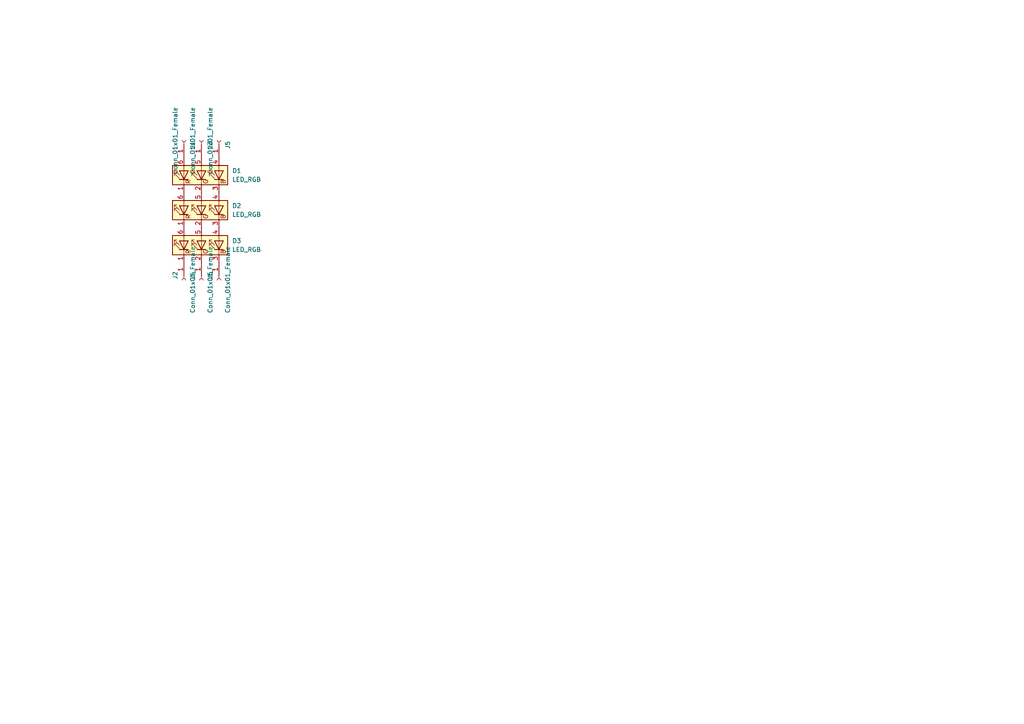
<source format=kicad_sch>
(kicad_sch (version 20210621) (generator eeschema)
  (paper "A4")
  (lib_symbols
    (symbol "Connector:Conn_01x01_Female" (pin_names (offset 1.016) hide)
      (property "Reference" "J" (at 0 2.54 0))
      (property "Value" "Conn_01x01_Female" (at 0 -2.54 0))
      (symbol "Conn_01x01_Female_1_1"
        (arc (start 0 0.508) (end 0 -0.508) (radius (at 0 0) (length 0.508) (angles 90.1 -90.1)) (stroke (width 0.1524)))
        (polyline (pts (xy -1.27 0) (xy -0.508 0)) (stroke (width 0.1524)))
        (pin passive line (at -5.08 0 0) (length 3.81) (name "Pin_1") (number "1"))
      )
    )
    (symbol "Device:LED_RGB" (pin_names (offset 0) hide)
      (property "Reference" "D" (at 0 9.398 0))
      (property "Value" "LED_RGB" (at 0 -8.89 0))
      (symbol "LED_RGB_0_0"
        (text "B" (at -1.905 -6.35 0) (effects (font (size 1.27 1.27))))
        (text "G" (at -1.905 -1.27 0) (effects (font (size 1.27 1.27))))
        (text "R" (at -1.905 3.81 0) (effects (font (size 1.27 1.27))))
      )
      (symbol "LED_RGB_0_1"
        (rectangle (start 1.27 -1.27) (end 1.27 1.27))
        (rectangle (start 1.27 1.27) (end 1.27 1.27))
        (rectangle (start 1.27 3.81) (end 1.27 6.35))
        (rectangle (start 1.27 6.35) (end 1.27 6.35))
        (rectangle (start 2.794 8.382) (end -2.794 -7.62) (stroke (width 0.254)) (fill (type background)))
        (polyline (pts (xy -1.27 -5.08) (xy -2.54 -5.08)))
        (polyline (pts (xy -1.27 -5.08) (xy 1.27 -5.08)))
        (polyline (pts (xy -1.27 -3.81) (xy -1.27 -6.35)) (stroke (width 0.254)))
        (polyline (pts (xy -1.27 0) (xy -2.54 0)))
        (polyline (pts (xy -1.27 1.27) (xy -1.27 -1.27)) (stroke (width 0.254)))
        (polyline (pts (xy -1.27 5.08) (xy -2.54 5.08)))
        (polyline (pts (xy -1.27 5.08) (xy 1.27 5.08)))
        (polyline (pts (xy -1.27 6.35) (xy -1.27 3.81)) (stroke (width 0.254)))
        (polyline (pts (xy 1.27 -5.08) (xy 2.54 -5.08)))
        (polyline (pts (xy 1.27 0) (xy -1.27 0)))
        (polyline (pts (xy 1.27 0) (xy 2.54 0)))
        (polyline (pts (xy 1.27 5.08) (xy 2.54 5.08)))
        (polyline (pts (xy -1.27 1.27) (xy -1.27 -1.27) (xy -1.27 -1.27)))
        (polyline (pts (xy -1.27 6.35) (xy -1.27 3.81) (xy -1.27 3.81)))
        (polyline (pts (xy 1.27 -3.81) (xy 1.27 -6.35) (xy -1.27 -5.08) (xy 1.27 -3.81)) (stroke (width 0.254)))
        (polyline (pts (xy 1.27 1.27) (xy 1.27 -1.27) (xy -1.27 0) (xy 1.27 1.27)) (stroke (width 0.254)))
        (polyline (pts (xy 1.27 6.35) (xy 1.27 3.81) (xy -1.27 5.08) (xy 1.27 6.35)) (stroke (width 0.254)))
        (polyline (pts (xy -1.016 -3.81) (xy 0.508 -2.286) (xy -0.254 -2.286) (xy 0.508 -2.286) (xy 0.508 -3.048)))
        (polyline (pts (xy -1.016 1.27) (xy 0.508 2.794) (xy -0.254 2.794) (xy 0.508 2.794) (xy 0.508 2.032)))
        (polyline (pts (xy -1.016 6.35) (xy 0.508 7.874) (xy -0.254 7.874) (xy 0.508 7.874) (xy 0.508 7.112)))
        (polyline (pts (xy 0 -3.81) (xy 1.524 -2.286) (xy 0.762 -2.286) (xy 1.524 -2.286) (xy 1.524 -3.048)))
        (polyline (pts (xy 0 1.27) (xy 1.524 2.794) (xy 0.762 2.794) (xy 1.524 2.794) (xy 1.524 2.032)))
        (polyline (pts (xy 0 6.35) (xy 1.524 7.874) (xy 0.762 7.874) (xy 1.524 7.874) (xy 1.524 7.112)))
      )
      (symbol "LED_RGB_1_1"
        (pin passive line (at -5.08 5.08 0) (length 2.54) (name "RK") (number "1"))
        (pin passive line (at -5.08 0 0) (length 2.54) (name "GK") (number "2"))
        (pin passive line (at -5.08 -5.08 0) (length 2.54) (name "BK") (number "3"))
        (pin passive line (at 5.08 -5.08 180) (length 2.54) (name "BA") (number "4"))
        (pin passive line (at 5.08 0 180) (length 2.54) (name "GA") (number "5"))
        (pin passive line (at 5.08 5.08 180) (length 2.54) (name "RA") (number "6"))
      )
    )
  )
  (symbol (lib_id "Connector:Conn_01x01_Female") (at 53.34 40.64 270) (mirror x) (unit 1)
    (property "Reference" "J1" (at 55.88 42.0624 0))
    (property "Value" "Conn_01x01_Female" (at 50.8 40.7924 0))
    (property "Footprint" "TestPoint:TestPoint_Pad_2.0x2.0mm" (effects hide))
  )
  (symbol (lib_id "Connector:Conn_01x01_Female") (at 53.34 81.28 90) (mirror x) (unit 1)
    (property "Reference" "J2" (at 50.8 79.8576 0))
    (property "Value" "Conn_01x01_Female" (at 55.88 81.1276 0))
    (property "Footprint" "TestPoint:TestPoint_Pad_2.0x2.0mm" (effects hide))
  )
  (symbol (lib_id "Connector:Conn_01x01_Female") (at 58.42 40.64 270) (mirror x) (unit 1)
    (property "Reference" "J3" (at 60.96 42.0624 0))
    (property "Value" "Conn_01x01_Female" (at 55.88 40.7924 0))
    (property "Footprint" "TestPoint:TestPoint_Pad_2.0x2.0mm" (effects hide))
  )
  (symbol (lib_id "Connector:Conn_01x01_Female") (at 58.42 81.28 90) (mirror x) (unit 1)
    (property "Reference" "J4" (at 55.88 79.8576 0))
    (property "Value" "Conn_01x01_Female" (at 60.96 81.1276 0))
    (property "Footprint" "TestPoint:TestPoint_Pad_2.0x2.0mm" (effects hide))
  )
  (symbol (lib_id "Connector:Conn_01x01_Female") (at 63.5 40.64 270) (mirror x) (unit 1)
    (property "Reference" "J5" (at 66.04 42.0624 0))
    (property "Value" "Conn_01x01_Female" (at 60.96 40.7924 0))
    (property "Footprint" "TestPoint:TestPoint_Pad_2.0x2.0mm" (effects hide))
  )
  (symbol (lib_id "Connector:Conn_01x01_Female") (at 63.5 81.28 90) (mirror x) (unit 1)
    (property "Reference" "J6" (at 60.96 79.8576 0))
    (property "Value" "Conn_01x01_Female" (at 66.04 81.1276 0))
    (property "Footprint" "TestPoint:TestPoint_Pad_2.0x2.0mm" (effects hide))
  )
  (symbol (lib_id "Device:LED_RGB") (at 58.42 50.8 90) (unit 1)
    (property "Reference" "D1" (at 67.31 49.5299 90) (effects (justify right)))
    (property "Value" "LED_RGB" (at 67.31 52.0699 90) (effects (justify right)))
    (property "Footprint" "LED_SMD:LED_RGB_Getian_GT-P6PRGB4303" (effects hide))
  )
  (symbol (lib_id "Device:LED_RGB") (at 58.42 60.96 90) (unit 1)
    (property "Reference" "D2" (at 67.31 59.6899 90) (effects (justify right)))
    (property "Value" "LED_RGB" (at 67.31 62.2299 90) (effects (justify right)))
    (property "Footprint" "LED_SMD:LED_RGB_Getian_GT-P6PRGB4303" (effects hide))
  )
  (symbol (lib_id "Device:LED_RGB") (at 58.42 71.12 90) (unit 1)
    (property "Reference" "D3" (at 67.31 69.8499 90) (effects (justify right)))
    (property "Value" "LED_RGB" (at 67.31 72.3899 90) (effects (justify right)))
    (property "Footprint" "LED_SMD:LED_RGB_Getian_GT-P6PRGB4303" (effects hide))
  )
)
</source>
